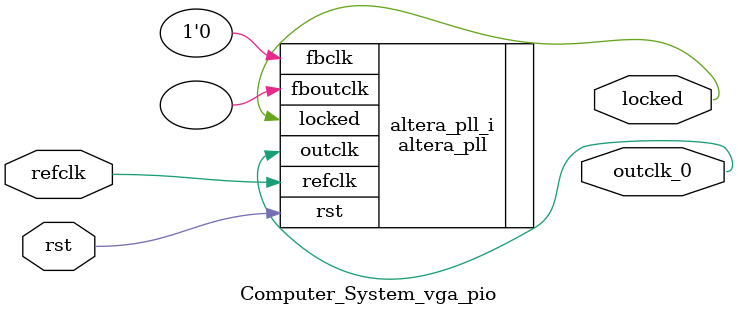
<source format=v>
`timescale 1ns/10ps
module  Computer_System_vga_pio(

	// interface 'refclk'
	input wire refclk,

	// interface 'reset'
	input wire rst,

	// interface 'outclk0'
	output wire outclk_0,

	// interface 'locked'
	output wire locked
);

	altera_pll #(
		.fractional_vco_multiplier("false"),
		.reference_clock_frequency("100.0 MHz"),
		.operation_mode("direct"),
		.number_of_clocks(1),
		.output_clock_frequency0("25.000000 MHz"),
		.phase_shift0("0 ps"),
		.duty_cycle0(50),
		.output_clock_frequency1("0 MHz"),
		.phase_shift1("0 ps"),
		.duty_cycle1(50),
		.output_clock_frequency2("0 MHz"),
		.phase_shift2("0 ps"),
		.duty_cycle2(50),
		.output_clock_frequency3("0 MHz"),
		.phase_shift3("0 ps"),
		.duty_cycle3(50),
		.output_clock_frequency4("0 MHz"),
		.phase_shift4("0 ps"),
		.duty_cycle4(50),
		.output_clock_frequency5("0 MHz"),
		.phase_shift5("0 ps"),
		.duty_cycle5(50),
		.output_clock_frequency6("0 MHz"),
		.phase_shift6("0 ps"),
		.duty_cycle6(50),
		.output_clock_frequency7("0 MHz"),
		.phase_shift7("0 ps"),
		.duty_cycle7(50),
		.output_clock_frequency8("0 MHz"),
		.phase_shift8("0 ps"),
		.duty_cycle8(50),
		.output_clock_frequency9("0 MHz"),
		.phase_shift9("0 ps"),
		.duty_cycle9(50),
		.output_clock_frequency10("0 MHz"),
		.phase_shift10("0 ps"),
		.duty_cycle10(50),
		.output_clock_frequency11("0 MHz"),
		.phase_shift11("0 ps"),
		.duty_cycle11(50),
		.output_clock_frequency12("0 MHz"),
		.phase_shift12("0 ps"),
		.duty_cycle12(50),
		.output_clock_frequency13("0 MHz"),
		.phase_shift13("0 ps"),
		.duty_cycle13(50),
		.output_clock_frequency14("0 MHz"),
		.phase_shift14("0 ps"),
		.duty_cycle14(50),
		.output_clock_frequency15("0 MHz"),
		.phase_shift15("0 ps"),
		.duty_cycle15(50),
		.output_clock_frequency16("0 MHz"),
		.phase_shift16("0 ps"),
		.duty_cycle16(50),
		.output_clock_frequency17("0 MHz"),
		.phase_shift17("0 ps"),
		.duty_cycle17(50),
		.pll_type("General"),
		.pll_subtype("General")
	) altera_pll_i (
		.rst	(rst),
		.outclk	({outclk_0}),
		.locked	(locked),
		.fboutclk	( ),
		.fbclk	(1'b0),
		.refclk	(refclk)
	);
endmodule


</source>
